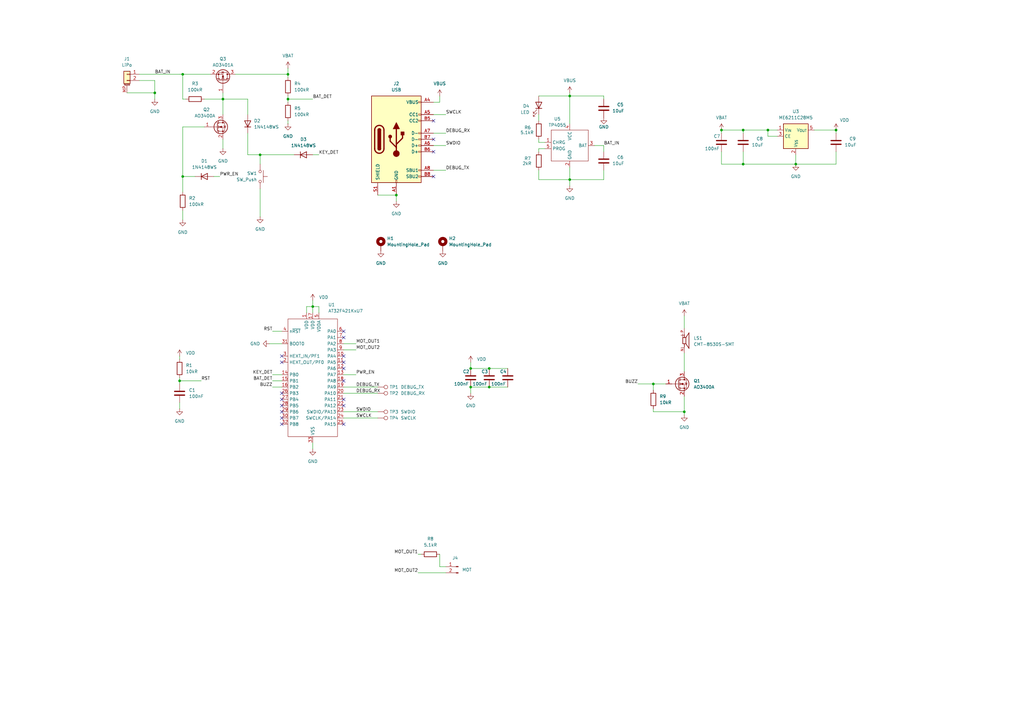
<source format=kicad_sch>
(kicad_sch (version 20231120) (generator "eeschema") (generator_version "8.0")
  (paper "A3")
  (lib_symbols
    (symbol "Connector:Conn_01x02_Pin" (pin_names (offset 1.016) hide)
      (property "Reference" "J" (at 0 2.54 0))
      (property "Value" "Conn_01x02_Pin" (at 0 -5.08 0))
      (symbol "Conn_01x02_Pin_1_1"
        (polyline (pts (xy 1.27 -2.54) (xy 0.8636 -2.54)) (stroke (width 0.1524)))
        (polyline (pts (xy 1.27 0) (xy 0.8636 0)) (stroke (width 0.1524)))
        (rectangle (start 0.8636 -2.413) (end 0 -2.667) (stroke (width 0.1524)) (fill (type outline)))
        (rectangle (start 0.8636 0.127) (end 0 -0.127) (stroke (width 0.1524)) (fill (type outline)))
        (pin passive line (at 5.08 0 180) (length 3.81) (name "Pin_1") (number "1"))
        (pin passive line (at 5.08 -2.54 180) (length 3.81) (name "Pin_2") (number "2"))
      )
    )
    (symbol "Connector:TestPoint" (pin_numbers hide) (pin_names (offset 0.762) hide)
      (property "Reference" "TP" (at 0 6.858 0))
      (property "Value" "TestPoint" (at 0 5.08 0))
      (symbol "TestPoint_0_1"
        (circle (center 0 3.302) (radius 0.762))
      )
      (symbol "TestPoint_1_1"
        (pin passive line (at 0 0 90) (length 2.54) (name "1") (number "1"))
      )
    )
    (symbol "Connector:USB_C_Receptacle_USB2.0_16P" (pin_names (offset 1.016))
      (property "Reference" "J" (at 0 22.225 0))
      (property "Value" "USB_C_Receptacle_USB2.0_16P" (at 0 19.685 0))
      (symbol "USB_C_Receptacle_USB2.0_16P_0_0"
        (rectangle (start -0.254 -17.78) (end 0.254 -16.764))
        (rectangle (start 10.16 -14.986) (end 9.144 -15.494))
        (rectangle (start 10.16 -12.446) (end 9.144 -12.954))
        (rectangle (start 10.16 -4.826) (end 9.144 -5.334))
        (rectangle (start 10.16 -2.286) (end 9.144 -2.794))
        (rectangle (start 10.16 0.254) (end 9.144 -0.254))
        (rectangle (start 10.16 2.794) (end 9.144 2.286))
        (rectangle (start 10.16 7.874) (end 9.144 7.366))
        (rectangle (start 10.16 10.414) (end 9.144 9.906))
        (rectangle (start 10.16 15.494) (end 9.144 14.986))
      )
      (symbol "USB_C_Receptacle_USB2.0_16P_0_1"
        (rectangle (start -10.16 17.78) (end 10.16 -17.78) (stroke (width 0.254)) (fill (type background)))
        (arc (start -8.89 -3.81) (mid -6.985 -5.7067) (end -5.08 -3.81) (stroke (width 0.508)))
        (arc (start -7.62 -3.81) (mid -6.985 -4.4423) (end -6.35 -3.81) (stroke (width 0.254)))
        (arc (start -7.62 -3.81) (mid -6.985 -4.4423) (end -6.35 -3.81) (stroke (width 0.254)) (fill (type outline)))
        (rectangle (start -7.62 -3.81) (end -6.35 3.81) (stroke (width 0.254)) (fill (type outline)))
        (arc (start -6.35 3.81) (mid -6.985 4.4423) (end -7.62 3.81) (stroke (width 0.254)))
        (arc (start -6.35 3.81) (mid -6.985 4.4423) (end -7.62 3.81) (stroke (width 0.254)) (fill (type outline)))
        (arc (start -5.08 3.81) (mid -6.985 5.7067) (end -8.89 3.81) (stroke (width 0.508)))
        (circle (center -2.54 1.143) (radius 0.635) (stroke (width 0.254)) (fill (type outline)))
        (circle (center 0 -5.842) (radius 1.27) (fill (type outline)))
        (polyline (pts (xy -8.89 -3.81) (xy -8.89 3.81)) (stroke (width 0.508)))
        (polyline (pts (xy -5.08 3.81) (xy -5.08 -3.81)) (stroke (width 0.508)))
        (polyline (pts (xy 0 -5.842) (xy 0 4.318)) (stroke (width 0.508)))
        (polyline (pts (xy 0 -3.302) (xy -2.54 -0.762) (xy -2.54 0.508)) (stroke (width 0.508)))
        (polyline (pts (xy 0 -2.032) (xy 2.54 0.508) (xy 2.54 1.778)) (stroke (width 0.508)))
        (polyline (pts (xy -1.27 4.318) (xy 0 6.858) (xy 1.27 4.318) (xy -1.27 4.318)) (stroke (width 0.254)) (fill (type outline)))
        (rectangle (start 1.905 1.778) (end 3.175 3.048) (stroke (width 0.254)) (fill (type outline)))
      )
      (symbol "USB_C_Receptacle_USB2.0_16P_1_1"
        (pin passive line (at 0 -22.86 90) (length 5.08) (name "GND") (number "A1"))
        (pin passive line (at 0 -22.86 90) (length 5.08) hide (name "GND") (number "A12"))
        (pin passive line (at 15.24 15.24 180) (length 5.08) (name "VBUS") (number "A4"))
        (pin bidirectional line (at 15.24 10.16 180) (length 5.08) (name "CC1") (number "A5"))
        (pin bidirectional line (at 15.24 -2.54 180) (length 5.08) (name "D+") (number "A6"))
        (pin bidirectional line (at 15.24 2.54 180) (length 5.08) (name "D-") (number "A7"))
        (pin bidirectional line (at 15.24 -12.7 180) (length 5.08) (name "SBU1") (number "A8"))
        (pin passive line (at 15.24 15.24 180) (length 5.08) hide (name "VBUS") (number "A9"))
        (pin passive line (at 0 -22.86 90) (length 5.08) hide (name "GND") (number "B1"))
        (pin passive line (at 0 -22.86 90) (length 5.08) hide (name "GND") (number "B12"))
        (pin passive line (at 15.24 15.24 180) (length 5.08) hide (name "VBUS") (number "B4"))
        (pin bidirectional line (at 15.24 7.62 180) (length 5.08) (name "CC2") (number "B5"))
        (pin bidirectional line (at 15.24 -5.08 180) (length 5.08) (name "D+") (number "B6"))
        (pin bidirectional line (at 15.24 0 180) (length 5.08) (name "D-") (number "B7"))
        (pin bidirectional line (at 15.24 -15.24 180) (length 5.08) (name "SBU2") (number "B8"))
        (pin passive line (at 15.24 15.24 180) (length 5.08) hide (name "VBUS") (number "B9"))
        (pin passive line (at -7.62 -22.86 90) (length 5.08) (name "SHIELD") (number "S1"))
      )
    )
    (symbol "Connector_Generic_MountingPin:Conn_01x02_MountingPin" (pin_names (offset 1.016) hide)
      (property "Reference" "J" (at 0 2.54 0))
      (property "Value" "Conn_01x02_MountingPin" (at 1.27 -5.08 0))
      (symbol "Conn_01x02_MountingPin_1_1"
        (rectangle (start -1.27 -2.413) (end 0 -2.667) (stroke (width 0.1524)))
        (rectangle (start -1.27 0.127) (end 0 -0.127) (stroke (width 0.1524)))
        (rectangle (start -1.27 1.27) (end 1.27 -3.81) (stroke (width 0.254)) (fill (type background)))
        (polyline (pts (xy -1.016 -4.572) (xy 1.016 -4.572)) (stroke (width 0.1524)))
        (text "Mounting" (at 0 -4.191 0) (effects (font (size 0.381 0.381))))
        (pin passive line (at -5.08 0 0) (length 3.81) (name "Pin_1") (number "1"))
        (pin passive line (at -5.08 -2.54 0) (length 3.81) (name "Pin_2") (number "2"))
        (pin passive line (at 0 -7.62 90) (length 3.048) (name "MountPin") (number "MP"))
      )
    )
    (symbol "Device:C" (pin_numbers hide) (pin_names (offset 0.254))
      (property "Reference" "C" (at 0.635 2.54 0))
      (property "Value" "C" (at 0.635 -2.54 0))
      (symbol "C_0_1"
        (polyline (pts (xy -2.032 -0.762) (xy 2.032 -0.762)) (stroke (width 0.508)))
        (polyline (pts (xy -2.032 0.762) (xy 2.032 0.762)) (stroke (width 0.508)))
      )
      (symbol "C_1_1"
        (pin passive line (at 0 3.81 270) (length 2.794) (name "~") (number "1"))
        (pin passive line (at 0 -3.81 90) (length 2.794) (name "~") (number "2"))
      )
    )
    (symbol "Device:LED" (pin_numbers hide) (pin_names (offset 1.016) hide)
      (property "Reference" "D" (at 0 2.54 0))
      (property "Value" "LED" (at 0 -2.54 0))
      (symbol "LED_0_1"
        (polyline (pts (xy -1.27 -1.27) (xy -1.27 1.27)) (stroke (width 0.254)))
        (polyline (pts (xy -1.27 0) (xy 1.27 0)))
        (polyline (pts (xy 1.27 -1.27) (xy 1.27 1.27) (xy -1.27 0) (xy 1.27 -1.27)) (stroke (width 0.254)))
        (polyline (pts (xy -3.048 -0.762) (xy -4.572 -2.286) (xy -3.81 -2.286) (xy -4.572 -2.286) (xy -4.572 -1.524)))
        (polyline (pts (xy -1.778 -0.762) (xy -3.302 -2.286) (xy -2.54 -2.286) (xy -3.302 -2.286) (xy -3.302 -1.524)))
      )
      (symbol "LED_1_1"
        (pin passive line (at -3.81 0 0) (length 2.54) (name "K") (number "1"))
        (pin passive line (at 3.81 0 180) (length 2.54) (name "A") (number "2"))
      )
    )
    (symbol "Device:R" (pin_numbers hide) (pin_names (offset 0))
      (property "Reference" "R" (at 2.032 0 90))
      (property "Value" "R" (at 0 0 90))
      (symbol "R_0_1"
        (rectangle (start -1.016 -2.54) (end 1.016 2.54) (stroke (width 0.254)))
      )
      (symbol "R_1_1"
        (pin passive line (at 0 3.81 270) (length 1.27) (name "~") (number "1"))
        (pin passive line (at 0 -3.81 90) (length 1.27) (name "~") (number "2"))
      )
    )
    (symbol "Diode:1N4148WS" (pin_numbers hide) (pin_names hide)
      (property "Reference" "D" (at 0 2.54 0))
      (property "Value" "1N4148WS" (at 0 -2.54 0))
      (symbol "1N4148WS_0_1"
        (polyline (pts (xy -1.27 1.27) (xy -1.27 -1.27)) (stroke (width 0.254)))
        (polyline (pts (xy 1.27 0) (xy -1.27 0)))
        (polyline (pts (xy 1.27 1.27) (xy 1.27 -1.27) (xy -1.27 0) (xy 1.27 1.27)) (stroke (width 0.254)))
      )
      (symbol "1N4148WS_1_1"
        (pin passive line (at -3.81 0 0) (length 2.54) (name "K") (number "1"))
        (pin passive line (at 3.81 0 180) (length 2.54) (name "A") (number "2"))
      )
    )
    (symbol "DutyCycle:CMT-8530S-SMT" (pin_names (offset 1.016))
      (property "Reference" "LS" (at -3.8224 8.919 0))
      (property "Value" "CMT-8530S-SMT" (at -3.8208 -11.4625 0))
      (symbol "CMT-8530S-SMT_0_0"
        (polyline (pts (xy -0.635 -1.27) (xy -0.635 1.27)) (stroke (width 0.254)))
        (polyline (pts (xy -0.635 1.27) (xy 0 1.27)) (stroke (width 0.254)))
        (polyline (pts (xy 0 -1.27) (xy -0.635 -1.27)) (stroke (width 0.254)))
        (polyline (pts (xy 0 -1.27) (xy 0 -2.54)) (stroke (width 0.254)))
        (polyline (pts (xy 0 1.27) (xy 0 2.54)) (stroke (width 0.254)))
        (polyline (pts (xy 0 1.27) (xy 0.635 1.27)) (stroke (width 0.254)))
        (polyline (pts (xy 0.635 -1.27) (xy 0 -1.27)) (stroke (width 0.254)))
        (polyline (pts (xy 0.635 1.27) (xy 0.635 -1.27)) (stroke (width 0.254)))
        (polyline (pts (xy 0.635 1.27) (xy 1.905 3.175)) (stroke (width 0.254)))
        (polyline (pts (xy 1.905 -3.175) (xy 0.635 -1.27)) (stroke (width 0.254)))
        (polyline (pts (xy 1.905 3.175) (xy 1.905 -3.175)) (stroke (width 0.254)))
        (text "+" (at -1.9116 1.2744 0) (effects (font (size 1.7841 1.7841)) (justify left bottom)))
        (text "-" (at -1.9123 -3.8068 0) (effects (font (size 1.7848 1.7848)) (justify left bottom)))
        (pin passive line (at 0 -5.08 90) (length 2.54) (name "~") (number "N"))
        (pin passive line (at 0 5.08 270) (length 2.54) (name "~") (number "P"))
      )
    )
    (symbol "Mechanical:MountingHole_Pad" (pin_numbers hide) (pin_names (offset 1.016) hide) (exclude_from_sim yes) (in_bom no)
      (property "Reference" "H" (at 0 6.35 0))
      (property "Value" "MountingHole_Pad" (at 0 4.445 0))
      (symbol "MountingHole_Pad_0_1"
        (circle (center 0 1.27) (radius 1.27) (stroke (width 1.27)))
      )
      (symbol "MountingHole_Pad_1_1"
        (pin input line (at 0 -2.54 90) (length 2.54) (name "1") (number "1"))
      )
    )
    (symbol "Regulator_Linear:ME6211C28M5"
      (property "Reference" "U" (at -4.572 6.35 0))
      (property "Value" "ME6211C28M5" (at 10.16 8.636 0))
      (symbol "ME6211C28M5_1_1"
        (rectangle (start -5.08 5.08) (end 5.08 -5.08) (stroke (width 0.254)) (fill (type background)))
        (pin power_in line (at -7.62 2.54 0) (length 2.54) (name "V_{IN}") (number "1"))
        (pin power_in line (at 0 -7.62 90) (length 2.54) (name "V_{SS}") (number "2"))
        (pin input line (at -7.62 0 0) (length 2.54) (name "CE") (number "3"))
        (pin no_connect line (at 5.08 0 180) (length 2.54) hide (name "NC") (number "4"))
        (pin power_out line (at 7.62 2.54 180) (length 2.54) (name "V_{OUT}") (number "5"))
      )
    )
    (symbol "Switch:SW_Push" (pin_numbers hide) (pin_names (offset 1.016) hide)
      (property "Reference" "SW" (at 1.27 2.54 0))
      (property "Value" "SW_Push" (at 0 -1.524 0))
      (symbol "SW_Push_0_1"
        (circle (center -2.032 0) (radius 0.508))
        (polyline (pts (xy 0 1.27) (xy 0 3.048)))
        (polyline (pts (xy 2.54 1.27) (xy -2.54 1.27)))
        (circle (center 2.032 0) (radius 0.508))
        (pin passive line (at -5.08 0 0) (length 2.54) (name "1") (number "1"))
        (pin passive line (at 5.08 0 180) (length 2.54) (name "2") (number "2"))
      )
    )
    (symbol "Transistor_FET:AO3400A" (pin_names hide)
      (property "Reference" "Q" (at 5.08 1.905 0))
      (property "Value" "AO3400A" (at 5.08 0 0))
      (symbol "AO3400A_0_1"
        (polyline (pts (xy 0.254 0) (xy -2.54 0)))
        (polyline (pts (xy 0.254 1.905) (xy 0.254 -1.905)) (stroke (width 0.254)))
        (polyline (pts (xy 0.762 -1.27) (xy 0.762 -2.286)) (stroke (width 0.254)))
        (polyline (pts (xy 0.762 0.508) (xy 0.762 -0.508)) (stroke (width 0.254)))
        (polyline (pts (xy 0.762 2.286) (xy 0.762 1.27)) (stroke (width 0.254)))
        (polyline (pts (xy 2.54 2.54) (xy 2.54 1.778)))
        (polyline (pts (xy 2.54 -2.54) (xy 2.54 0) (xy 0.762 0)))
        (polyline (pts (xy 0.762 -1.778) (xy 3.302 -1.778) (xy 3.302 1.778) (xy 0.762 1.778)))
        (polyline (pts (xy 1.016 0) (xy 2.032 0.381) (xy 2.032 -0.381) (xy 1.016 0)) (fill (type outline)))
        (polyline (pts (xy 2.794 0.508) (xy 2.921 0.381) (xy 3.683 0.381) (xy 3.81 0.254)))
        (polyline (pts (xy 3.302 0.381) (xy 2.921 -0.254) (xy 3.683 -0.254) (xy 3.302 0.381)))
        (circle (center 1.651 0) (radius 2.794) (stroke (width 0.254)))
        (circle (center 2.54 -1.778) (radius 0.254) (fill (type outline)))
        (circle (center 2.54 1.778) (radius 0.254) (fill (type outline)))
      )
      (symbol "AO3400A_1_1"
        (pin input line (at -5.08 0 0) (length 2.54) (name "G") (number "1"))
        (pin passive line (at 2.54 -5.08 90) (length 2.54) (name "S") (number "2"))
        (pin passive line (at 2.54 5.08 270) (length 2.54) (name "D") (number "3"))
      )
    )
    (symbol "Transistor_FET:AO3401A" (pin_names hide)
      (property "Reference" "Q" (at 5.08 1.905 0))
      (property "Value" "AO3401A" (at 5.08 0 0))
      (symbol "AO3401A_0_1"
        (polyline (pts (xy 0.254 0) (xy -2.54 0)))
        (polyline (pts (xy 0.254 1.905) (xy 0.254 -1.905)) (stroke (width 0.254)))
        (polyline (pts (xy 0.762 -1.27) (xy 0.762 -2.286)) (stroke (width 0.254)))
        (polyline (pts (xy 0.762 0.508) (xy 0.762 -0.508)) (stroke (width 0.254)))
        (polyline (pts (xy 0.762 2.286) (xy 0.762 1.27)) (stroke (width 0.254)))
        (polyline (pts (xy 2.54 2.54) (xy 2.54 1.778)))
        (polyline (pts (xy 2.54 -2.54) (xy 2.54 0) (xy 0.762 0)))
        (polyline (pts (xy 0.762 1.778) (xy 3.302 1.778) (xy 3.302 -1.778) (xy 0.762 -1.778)))
        (polyline (pts (xy 2.286 0) (xy 1.27 0.381) (xy 1.27 -0.381) (xy 2.286 0)) (fill (type outline)))
        (polyline (pts (xy 2.794 -0.508) (xy 2.921 -0.381) (xy 3.683 -0.381) (xy 3.81 -0.254)))
        (polyline (pts (xy 3.302 -0.381) (xy 2.921 0.254) (xy 3.683 0.254) (xy 3.302 -0.381)))
        (circle (center 1.651 0) (radius 2.794) (stroke (width 0.254)))
        (circle (center 2.54 -1.778) (radius 0.254) (fill (type outline)))
        (circle (center 2.54 1.778) (radius 0.254) (fill (type outline)))
      )
      (symbol "AO3401A_1_1"
        (pin input line (at -5.08 0 0) (length 2.54) (name "G") (number "1"))
        (pin passive line (at 2.54 -5.08 90) (length 2.54) (name "S") (number "2"))
        (pin passive line (at 2.54 5.08 270) (length 2.54) (name "D") (number "3"))
      )
    )
    (symbol "X-RADAR:AT32F421KxU7"
      (property "Reference" "U" (at 0 38.608 0))
      (property "Value" "AT32F421KxU7" (at 0 36.068 0))
      (symbol "AT32F421KxU7_0_1"
        (rectangle (start -10.16 24.13) (end 10.16 -24.13))
      )
      (symbol "AT32F421KxU7_1_0"
        (pin bidirectional line (at 12.7 8.89 180) (length 2.54) (name "PA4") (number "10"))
        (pin bidirectional line (at 12.7 6.35 180) (length 2.54) (name "PA5") (number "11"))
        (pin bidirectional line (at 12.7 3.81 180) (length 2.54) (name "PA6") (number "12"))
        (pin bidirectional line (at 12.7 1.27 180) (length 2.54) (name "PA7") (number "13"))
        (pin bidirectional line (at -12.7 1.27 0) (length 2.54) (name "PB0") (number "14"))
        (pin bidirectional line (at -12.7 -1.27 0) (length 2.54) (name "PB1") (number "15"))
        (pin bidirectional line (at -12.7 -3.81 0) (length 2.54) (name "PB2") (number "16"))
        (pin power_in line (at 0 26.67 270) (length 2.54) (name "VDD") (number "17"))
        (pin bidirectional line (at 12.7 -1.27 180) (length 2.54) (name "PA8") (number "18"))
        (pin bidirectional line (at 12.7 -3.81 180) (length 2.54) (name "PA9") (number "19"))
        (pin bidirectional line (at -12.7 6.35 0) (length 2.54) (name "HEXT_OUT/PF0") (number "2"))
        (pin bidirectional line (at 12.7 -6.35 180) (length 2.54) (name "PA10") (number "20"))
        (pin bidirectional line (at 12.7 -8.89 180) (length 2.54) (name "PA11") (number "21"))
        (pin bidirectional line (at 12.7 -11.43 180) (length 2.54) (name "PA12") (number "22"))
        (pin bidirectional line (at 12.7 -13.97 180) (length 2.54) (name "SWDIO/PA13") (number "23"))
        (pin bidirectional line (at 12.7 -16.51 180) (length 2.54) (name "SWCLK/PA14") (number "24"))
        (pin bidirectional line (at 12.7 -19.05 180) (length 2.54) (name "PA15") (number "25"))
        (pin bidirectional line (at -12.7 -6.35 0) (length 2.54) (name "PB3") (number "26"))
        (pin bidirectional line (at -12.7 -8.89 0) (length 2.54) (name "PB4") (number "27"))
        (pin bidirectional line (at -12.7 -11.43 0) (length 2.54) (name "PB5") (number "28"))
        (pin bidirectional line (at -12.7 -13.97 0) (length 2.54) (name "PB6") (number "29"))
        (pin bidirectional line (at -12.7 8.89 0) (length 2.54) (name "HEXT_IN/PF1") (number "3"))
        (pin bidirectional line (at -12.7 -16.51 0) (length 2.54) (name "PB7") (number "30"))
        (pin input line (at -12.7 13.97 0) (length 2.54) (name "BOOT0") (number "31"))
        (pin bidirectional line (at -12.7 -19.05 0) (length 2.54) (name "PB8") (number "32"))
        (pin passive line (at 0 -26.67 90) (length 2.54) (name "VSS") (number "33"))
        (pin input line (at -12.7 19.05 0) (length 2.54) (name "n~{RST}") (number "4"))
        (pin power_in line (at 2.54 26.67 270) (length 2.54) (name "VDDA") (number "5"))
        (pin bidirectional line (at 12.7 19.05 180) (length 2.54) (name "PA0") (number "6"))
        (pin bidirectional line (at 12.7 16.51 180) (length 2.54) (name "PA1") (number "7"))
        (pin bidirectional line (at 12.7 13.97 180) (length 2.54) (name "PA2") (number "8"))
        (pin bidirectional line (at 12.7 11.43 180) (length 2.54) (name "PA3") (number "9"))
      )
      (symbol "AT32F421KxU7_1_1"
        (pin power_in line (at -2.54 26.67 270) (length 2.54) (name "VDD") (number "1"))
      )
    )
    (symbol "X-RADAR:TP4055"
      (property "Reference" "U" (at 2.794 10.414 0))
      (property "Value" "TP4055" (at 5.842 8.128 0))
      (symbol "TP4055_0_1"
        (rectangle (start -7.62 6.35) (end 7.62 -6.35))
      )
      (symbol "TP4055_1_1"
        (pin output line (at -10.16 1.27 0) (length 2.54) (name "CHRG") (number "1"))
        (pin passive line (at 0 -8.89 90) (length 2.54) (name "GND") (number "2"))
        (pin power_out line (at 10.16 0 180) (length 2.54) (name "BAT") (number "3"))
        (pin power_in line (at 0 8.89 270) (length 2.54) (name "VCC") (number "4"))
        (pin input line (at -10.16 -1.27 0) (length 2.54) (name "PROG") (number "5"))
      )
    )
    (symbol "X-RADAR:VBAT" (power) (pin_numbers hide) (pin_names (offset 0) hide)
      (property "Value" "VBAT" (at 0 7.62 0))
      (symbol "VBAT_0_1"
        (polyline (pts (xy -0.762 5.08) (xy 0 6.35)))
        (polyline (pts (xy 0 3.81) (xy 0 6.35)))
        (polyline (pts (xy 0 6.35) (xy 0.762 5.08)))
      )
      (symbol "VBAT_1_1"
        (pin power_in line (at 0 3.81 90) (length 0) (name "~") (number "1"))
      )
    )
    (symbol "power:+3.3V" (power) (pin_numbers hide) (pin_names (offset 0) hide)
      (property "Value" "+3.3V" (at 0 3.556 0))
      (symbol "+3.3V_0_1"
        (polyline (pts (xy -0.762 1.27) (xy 0 2.54)))
        (polyline (pts (xy 0 0) (xy 0 2.54)))
        (polyline (pts (xy 0 2.54) (xy 0.762 1.27)))
      )
      (symbol "+3.3V_1_1"
        (pin power_in line (at 0 0 90) (length 0) (name "~") (number "1"))
      )
    )
    (symbol "power:GND" (power) (pin_numbers hide) (pin_names (offset 0) hide)
      (property "Value" "GND" (at 0 -3.81 0))
      (symbol "GND_0_1"
        (polyline (pts (xy 0 0) (xy 0 -1.27) (xy 1.27 -1.27) (xy 0 -2.54) (xy -1.27 -1.27) (xy 0 -1.27)))
      )
      (symbol "GND_1_1"
        (pin power_in line (at 0 0 270) (length 0) (name "~") (number "1"))
      )
    )
    (symbol "power:VBUS" (power) (pin_numbers hide) (pin_names (offset 0) hide)
      (property "Value" "VBUS" (at 0 3.556 0))
      (symbol "VBUS_0_1"
        (polyline (pts (xy -0.762 1.27) (xy 0 2.54)))
        (polyline (pts (xy 0 0) (xy 0 2.54)))
        (polyline (pts (xy 0 2.54) (xy 0.762 1.27)))
      )
      (symbol "VBUS_1_1"
        (pin power_in line (at 0 0 90) (length 0) (name "~") (number "1"))
      )
    )
  )
  (junction (at 200.66 151.13))
  (junction (at 106.68 63.5))
  (junction (at 74.93 30.48))
  (junction (at 63.5 38.1))
  (junction (at 233.68 73.66))
  (junction (at 326.39 67.31))
  (junction (at 193.04 158.75))
  (junction (at 200.66 158.75))
  (junction (at 91.44 40.64))
  (junction (at 267.97 157.48))
  (junction (at 162.56 80.01))
  (junction (at 233.68 39.37))
  (junction (at 342.9 53.34))
  (junction (at 193.04 151.13))
  (junction (at 118.11 30.48))
  (junction (at 314.96 53.34))
  (junction (at 128.27 125.73))
  (junction (at 73.66 156.21))
  (junction (at 280.67 168.91))
  (junction (at 295.91 53.34))
  (junction (at 74.93 72.39))
  (junction (at 304.8 53.34))
  (junction (at 118.11 40.64))
  (junction (at 304.8 67.31))
  (no_connect (at 140.97 146.05))
  (no_connect (at 140.97 135.89))
  (no_connect (at 115.57 166.37))
  (no_connect (at 177.8 72.39))
  (no_connect (at 115.57 161.29))
  (no_connect (at 115.57 148.59))
  (no_connect (at 177.8 62.23))
  (no_connect (at 115.57 146.05))
  (no_connect (at 140.97 163.83))
  (no_connect (at 177.8 57.15))
  (no_connect (at 140.97 156.21))
  (no_connect (at 177.8 49.53))
  (no_connect (at 115.57 173.99))
  (no_connect (at 140.97 138.43))
  (no_connect (at 115.57 163.83))
  (no_connect (at 115.57 168.91))
  (no_connect (at 115.57 171.45))
  (no_connect (at 140.97 166.37))
  (no_connect (at 140.97 173.99))
  (no_connect (at 140.97 148.59))
  (no_connect (at 140.97 151.13))
  (wire (pts (xy 52.07 38.1) (xy 63.5 38.1)))
  (wire (pts (xy 106.68 63.5) (xy 120.65 63.5)))
  (wire (pts (xy 154.94 80.01) (xy 162.56 80.01)))
  (wire (pts (xy 295.91 67.31) (xy 304.8 67.31)))
  (wire (pts (xy 220.98 46.99) (xy 220.98 49.53)))
  (wire (pts (xy 233.68 39.37) (xy 233.68 50.8)))
  (wire (pts (xy 140.97 140.97) (xy 146.05 140.97)))
  (wire (pts (xy 91.44 57.15) (xy 91.44 60.96)))
  (wire (pts (xy 334.01 53.34) (xy 342.9 53.34)))
  (wire (pts (xy 314.96 55.88) (xy 314.96 53.34)))
  (wire (pts (xy 193.04 148.59) (xy 193.04 151.13)))
  (wire (pts (xy 73.66 156.21) (xy 73.66 157.48)))
  (wire (pts (xy 128.27 125.73) (xy 130.81 125.73)))
  (wire (pts (xy 220.98 58.42) (xy 223.52 58.42)))
  (wire (pts (xy 182.88 232.41) (xy 180.34 232.41)))
  (wire (pts (xy 106.68 77.47) (xy 106.68 88.9)))
  (wire (pts (xy 171.45 227.33) (xy 172.72 227.33)))
  (wire (pts (xy 247.65 39.37) (xy 233.68 39.37)))
  (wire (pts (xy 128.27 125.73) (xy 125.73 125.73)))
  (wire (pts (xy 177.8 54.61) (xy 182.88 54.61)))
  (wire (pts (xy 220.98 73.66) (xy 233.68 73.66)))
  (wire (pts (xy 128.27 181.61) (xy 128.27 184.15)))
  (wire (pts (xy 200.66 158.75) (xy 193.04 158.75)))
  (wire (pts (xy 101.6 46.99) (xy 101.6 40.64)))
  (wire (pts (xy 247.65 73.66) (xy 233.68 73.66)))
  (wire (pts (xy 125.73 125.73) (xy 125.73 128.27)))
  (wire (pts (xy 247.65 62.23) (xy 247.65 59.69)))
  (wire (pts (xy 110.49 140.97) (xy 115.57 140.97)))
  (wire (pts (xy 220.98 57.15) (xy 220.98 58.42)))
  (wire (pts (xy 118.11 40.64) (xy 128.27 40.64)))
  (wire (pts (xy 82.55 156.21) (xy 73.66 156.21)))
  (wire (pts (xy 140.97 153.67) (xy 146.05 153.67)))
  (wire (pts (xy 111.76 153.67) (xy 115.57 153.67)))
  (wire (pts (xy 74.93 72.39) (xy 80.01 72.39)))
  (wire (pts (xy 86.36 30.48) (xy 74.93 30.48)))
  (wire (pts (xy 128.27 125.73) (xy 128.27 128.27)))
  (wire (pts (xy 247.65 39.37) (xy 247.65 40.64)))
  (wire (pts (xy 267.97 157.48) (xy 267.97 160.02)))
  (wire (pts (xy 74.93 30.48) (xy 74.93 40.64)))
  (wire (pts (xy 74.93 78.74) (xy 74.93 72.39)))
  (wire (pts (xy 326.39 67.31) (xy 342.9 67.31)))
  (wire (pts (xy 140.97 171.45) (xy 154.94 171.45)))
  (wire (pts (xy 280.67 162.56) (xy 280.67 168.91)))
  (wire (pts (xy 233.68 73.66) (xy 233.68 68.58)))
  (wire (pts (xy 177.8 46.99) (xy 182.88 46.99)))
  (wire (pts (xy 63.5 33.02) (xy 63.5 38.1)))
  (wire (pts (xy 63.5 38.1) (xy 63.5 40.64)))
  (wire (pts (xy 111.76 156.21) (xy 115.57 156.21)))
  (wire (pts (xy 342.9 53.34) (xy 342.9 54.61)))
  (wire (pts (xy 111.76 158.75) (xy 115.57 158.75)))
  (wire (pts (xy 87.63 72.39) (xy 90.17 72.39)))
  (wire (pts (xy 101.6 54.61) (xy 101.6 63.5)))
  (wire (pts (xy 233.68 38.1) (xy 233.68 39.37)))
  (wire (pts (xy 280.67 144.78) (xy 280.67 152.4)))
  (wire (pts (xy 57.15 30.48) (xy 74.93 30.48)))
  (wire (pts (xy 91.44 38.1) (xy 91.44 40.64)))
  (wire (pts (xy 280.67 129.54) (xy 280.67 134.62)))
  (wire (pts (xy 304.8 53.34) (xy 314.96 53.34)))
  (wire (pts (xy 118.11 39.37) (xy 118.11 40.64)))
  (wire (pts (xy 267.97 168.91) (xy 280.67 168.91)))
  (wire (pts (xy 233.68 73.66) (xy 233.68 76.2)))
  (wire (pts (xy 220.98 39.37) (xy 233.68 39.37)))
  (wire (pts (xy 74.93 86.36) (xy 74.93 90.17)))
  (wire (pts (xy 243.84 59.69) (xy 247.65 59.69)))
  (wire (pts (xy 273.05 157.48) (xy 267.97 157.48)))
  (wire (pts (xy 295.91 62.23) (xy 295.91 67.31)))
  (wire (pts (xy 180.34 227.33) (xy 180.34 232.41)))
  (wire (pts (xy 140.97 168.91) (xy 154.94 168.91)))
  (wire (pts (xy 314.96 53.34) (xy 318.77 53.34)))
  (wire (pts (xy 326.39 63.5) (xy 326.39 67.31)))
  (wire (pts (xy 193.04 158.75) (xy 193.04 161.29)))
  (wire (pts (xy 247.65 69.85) (xy 247.65 73.66)))
  (wire (pts (xy 140.97 143.51) (xy 146.05 143.51)))
  (wire (pts (xy 261.62 157.48) (xy 267.97 157.48)))
  (wire (pts (xy 208.28 158.75) (xy 200.66 158.75)))
  (wire (pts (xy 101.6 63.5) (xy 106.68 63.5)))
  (wire (pts (xy 267.97 167.64) (xy 267.97 168.91)))
  (wire (pts (xy 177.8 59.69) (xy 182.88 59.69)))
  (wire (pts (xy 180.34 39.37) (xy 180.34 41.91)))
  (wire (pts (xy 177.8 69.85) (xy 182.88 69.85)))
  (wire (pts (xy 111.76 135.89) (xy 115.57 135.89)))
  (wire (pts (xy 96.52 30.48) (xy 118.11 30.48)))
  (wire (pts (xy 74.93 52.07) (xy 83.82 52.07)))
  (wire (pts (xy 304.8 62.23) (xy 304.8 67.31)))
  (wire (pts (xy 342.9 67.31) (xy 342.9 62.23)))
  (wire (pts (xy 171.45 234.95) (xy 182.88 234.95)))
  (wire (pts (xy 130.81 125.73) (xy 130.81 128.27)))
  (wire (pts (xy 118.11 40.64) (xy 118.11 41.91)))
  (wire (pts (xy 91.44 40.64) (xy 101.6 40.64)))
  (wire (pts (xy 73.66 154.94) (xy 73.66 156.21)))
  (wire (pts (xy 162.56 80.01) (xy 162.56 82.55)))
  (wire (pts (xy 118.11 49.53) (xy 118.11 50.8)))
  (wire (pts (xy 280.67 168.91) (xy 280.67 170.18)))
  (wire (pts (xy 73.66 165.1) (xy 73.66 167.64)))
  (wire (pts (xy 130.81 63.5) (xy 128.27 63.5)))
  (wire (pts (xy 140.97 158.75) (xy 154.94 158.75)))
  (wire (pts (xy 140.97 161.29) (xy 154.94 161.29)))
  (wire (pts (xy 118.11 30.48) (xy 118.11 31.75)))
  (wire (pts (xy 91.44 40.64) (xy 91.44 46.99)))
  (wire (pts (xy 220.98 69.85) (xy 220.98 73.66)))
  (wire (pts (xy 208.28 151.13) (xy 200.66 151.13)))
  (wire (pts (xy 83.82 40.64) (xy 91.44 40.64)))
  (wire (pts (xy 304.8 67.31) (xy 326.39 67.31)))
  (wire (pts (xy 74.93 40.64) (xy 76.2 40.64)))
  (wire (pts (xy 295.91 53.34) (xy 304.8 53.34)))
  (wire (pts (xy 57.15 33.02) (xy 63.5 33.02)))
  (wire (pts (xy 200.66 151.13) (xy 193.04 151.13)))
  (wire (pts (xy 304.8 53.34) (xy 304.8 54.61)))
  (wire (pts (xy 106.68 63.5) (xy 106.68 67.31)))
  (wire (pts (xy 180.34 41.91) (xy 177.8 41.91)))
  (wire (pts (xy 220.98 60.96) (xy 220.98 62.23)))
  (wire (pts (xy 295.91 54.61) (xy 295.91 53.34)))
  (wire (pts (xy 128.27 123.19) (xy 128.27 125.73)))
  (wire (pts (xy 118.11 27.94) (xy 118.11 30.48)))
  (wire (pts (xy 223.52 60.96) (xy 220.98 60.96)))
  (wire (pts (xy 318.77 55.88) (xy 314.96 55.88)))
  (wire (pts (xy 74.93 72.39) (xy 74.93 52.07)))
  (wire (pts (xy 73.66 146.05) (xy 73.66 147.32)))
  (label "BAT_IN" (at 63.5 30.48 0))
  (label "BAT_DET" (at 111.76 156.21 180))
  (label "DEBUG_RX" (at 182.88 54.61 0))
  (label "SWCLK" (at 182.88 46.99 0))
  (label "PWR_EN" (at 146.05 153.67 0))
  (label "SWDIO" (at 182.88 59.69 0))
  (label "MOT_OUT2" (at 171.45 234.95 180))
  (label "DEBUG_RX" (at 146.05 161.29 0))
  (label "MOT_OUT1" (at 171.45 227.33 180))
  (label "KEY_DET" (at 130.81 63.5 0))
  (label "PWR_EN" (at 90.17 72.39 0))
  (label "KEY_DET" (at 111.76 153.67 180))
  (label "BAT_DET" (at 128.27 40.64 0))
  (label "BUZZ" (at 111.76 158.75 180))
  (label "DEBUG_TX" (at 182.88 69.85 0))
  (label "SWCLK" (at 146.05 171.45 0))
  (label "SWDIO" (at 146.05 168.91 0))
  (label "MOT_OUT1" (at 146.05 140.97 0))
  (label "BUZZ" (at 261.62 157.48 180))
  (label "MOT_OUT2" (at 146.05 143.51 0))
  (label "RST" (at 111.76 135.89 180))
  (label "DEBUG_TX" (at 146.05 158.75 0))
  (label "BAT_IN" (at 247.65 59.69 0))
  (label "RST" (at 82.55 156.21 0))
  (symbol (lib_id "Device:C") (at 73.66 161.29 0) (unit 1)
    (property "Reference" "C1" (at 77.47 160.0199 0) (effects (justify left)))
    (property "Value" "100nF" (at 77.47 162.5599 0) (effects (justify left)))
    (property "Footprint" "Capacitor_SMD:C_0402_1005Metric" (effects (hide yes)))
    (property "Description" "Unpolarized capacitor" (effects (hide yes)))
  )
  (symbol (lib_id "power:GND") (at 118.11 50.8 0) (unit 1)
    (property "Reference" "#PWR011" (effects (hide yes)))
    (property "Value" "GND" (at 118.11 55.88 0))
    (property "Description" "Power symbol creates a global label with name \"GND\" , ground" (effects (hide yes)))
  )
  (symbol (lib_id "Device:R") (at 73.66 151.13 0) (unit 1)
    (property "Reference" "R1" (at 76.2 149.8599 0) (effects (justify left)))
    (property "Value" "10kR" (at 76.2 152.3999 0) (effects (justify left)))
    (property "Footprint" "Resistor_SMD:R_0402_1005Metric" (effects (hide yes)))
    (property "Description" "Resistor" (effects (hide yes)))
  )
  (symbol (lib_id "power:GND") (at 156.21 102.87 0) (unit 1)
    (property "Reference" "#PWR016" (effects (hide yes)))
    (property "Value" "GND" (at 156.21 107.95 0))
    (property "Description" "Power symbol creates a global label with name \"GND\" , ground" (effects (hide yes)))
  )
  (symbol (lib_id "X-RADAR:VBAT") (at 295.91 57.15 0) (unit 1)
    (property "Reference" "#PWR021" (effects (hide yes)))
    (property "Value" "VBAT" (at 295.91 48.26 0))
  )
  (symbol (lib_id "Device:R") (at 118.11 35.56 0) (unit 1)
    (property "Reference" "R4" (at 120.65 34.2899 0) (effects (justify left)))
    (property "Value" "100kR" (at 120.65 36.8299 0) (effects (justify left)))
    (property "Footprint" "Resistor_SMD:R_0402_1005Metric" (effects (hide yes)))
    (property "Description" "Resistor" (effects (hide yes)))
  )
  (symbol (lib_id "Device:C") (at 208.28 154.94 0) (mirror y) (unit 1)
    (property "Reference" "C4" (at 207.772 152.4 0) (effects (justify left)))
    (property "Value" "100nF" (at 207.518 157.48 0) (effects (justify left)))
    (property "Footprint" "Capacitor_SMD:C_0402_1005Metric" (effects (hide yes)))
    (property "Description" "Unpolarized capacitor" (effects (hide yes)))
  )
  (symbol (lib_id "power:GND") (at 181.61 102.87 0) (unit 1)
    (property "Reference" "#PWR017" (effects (hide yes)))
    (property "Value" "GND" (at 181.61 107.95 0))
    (property "Description" "Power symbol creates a global label with name \"GND\" , ground" (effects (hide yes)))
  )
  (symbol (lib_id "Connector:TestPoint") (at 154.94 158.75 270) (unit 1)
    (property "Reference" "TP1" (at 159.766 158.75 90) (effects (justify left)))
    (property "Value" "DEBUG_TX" (at 164.338 158.75 90) (effects (justify left)))
    (property "Footprint" "TestPoint:TestPoint_Pad_D1.0mm" (effects (hide yes)))
    (property "Description" "test point" (effects (hide yes)))
  )
  (symbol (lib_id "Connector:TestPoint") (at 154.94 171.45 270) (unit 1)
    (property "Reference" "TP4" (at 159.766 171.45 90) (effects (justify left)))
    (property "Value" "SWCLK" (at 164.338 171.45 90) (effects (justify left)))
    (property "Footprint" "TestPoint:TestPoint_Pad_D1.0mm" (effects (hide yes)))
    (property "Description" "test point" (effects (hide yes)))
  )
  (symbol (lib_id "Diode:1N4148WS") (at 83.82 72.39 0) (unit 1)
    (property "Reference" "D1" (at 83.82 66.04 0))
    (property "Value" "1N4148WS" (at 83.82 68.58 0))
    (property "Footprint" "Diode_SMD:D_SOD-323" (effects (hide yes)))
    (property "Datasheet" "https://www.vishay.com/docs/85751/1n4148ws.pdf" (effects (hide yes)))
    (property "Description" "75V 0.15A Fast switching Diode, SOD-323" (effects (hide yes)))
    (property "Sim.Device" "D" (effects (hide yes)))
    (property "Sim.Pins" "1=K 2=A" (effects (hide yes)))
  )
  (symbol (lib_id "Device:R") (at 74.93 82.55 0) (unit 1)
    (property "Reference" "R2" (at 77.47 81.2799 0) (effects (justify left)))
    (property "Value" "100kR" (at 77.47 83.8199 0) (effects (justify left)))
    (property "Footprint" "Resistor_SMD:R_0402_1005Metric" (effects (hide yes)))
    (property "Description" "Resistor" (effects (hide yes)))
  )
  (symbol (lib_id "Device:C") (at 200.66 154.94 0) (mirror y) (unit 1)
    (property "Reference" "C3" (at 200.152 152.4 0) (effects (justify left)))
    (property "Value" "100nF" (at 199.898 157.48 0) (effects (justify left)))
    (property "Footprint" "Capacitor_SMD:C_0402_1005Metric" (effects (hide yes)))
    (property "Description" "Unpolarized capacitor" (effects (hide yes)))
  )
  (symbol (lib_id "Device:C") (at 247.65 44.45 0) (mirror y) (unit 1)
    (property "Reference" "C5" (at 255.778 42.926 0) (effects (justify left)))
    (property "Value" "10uF" (at 256.032 45.466 0) (effects (justify left)))
    (property "Footprint" "Capacitor_SMD:C_0402_1005Metric" (effects (hide yes)))
    (property "Description" "Unpolarized capacitor" (effects (hide yes)))
  )
  (symbol (lib_id "power:+3.3V") (at 193.04 148.59 0) (mirror y) (unit 1)
    (property "Reference" "#PWR013" (effects (hide yes)))
    (property "Value" "VDD" (at 195.58 147.3199 0) (effects (justify right)))
    (property "Description" "Power symbol creates a global label with name \"+3.3V\"" (effects (hide yes)))
  )
  (symbol (lib_id "Device:R") (at 220.98 53.34 180) (unit 1)
    (property "Reference" "R6" (at 216.408 52.324 0))
    (property "Value" "5.1kR" (at 216.154 54.356 0))
    (property "Footprint" "Resistor_SMD:R_0402_1005Metric" (effects (hide yes)))
    (property "Description" "Resistor" (effects (hide yes)))
  )
  (symbol (lib_id "power:GND") (at 233.68 76.2 0) (mirror y) (unit 1)
    (property "Reference" "#PWR019" (effects (hide yes)))
    (property "Value" "GND" (at 233.68 81.28 0))
    (property "Description" "Power symbol creates a global label with name \"GND\" , ground" (effects (hide yes)))
  )
  (symbol (lib_id "Connector:USB_C_Receptacle_USB2.0_16P") (at 162.56 57.15 0) (unit 1)
    (property "Reference" "J2" (at 162.56 34.29 0))
    (property "Value" "USB" (at 162.56 36.83 0))
    (property "Footprint" "Connector_USB:USB_C_Receptacle_G-Switch_GT-USB-7051x" (effects (hide yes)))
    (property "Datasheet" "https://www.usb.org/sites/default/files/documents/usb_type-c.zip" (effects (hide yes)))
    (property "Description" "USB 2.0-only 16P Type-C Receptacle connector" (effects (hide yes)))
  )
  (symbol (lib_id "Connector:Conn_01x02_Pin") (at 187.96 232.41 0) (mirror y) (unit 1)
    (property "Reference" "J4" (at 186.69 228.854 0))
    (property "Value" "MOT" (at 191.516 233.68 0))
    (property "Footprint" "Connector_PinHeader_2.54mm:PinHeader_1x02_P2.54mm_Vertical" (effects (hide yes)))
    (property "Description" "Generic connector, single row, 01x02, script generated" (effects (hide yes)))
  )
  (symbol (lib_id "Device:R") (at 80.01 40.64 90) (unit 1)
    (property "Reference" "R3" (at 80.01 34.29 90))
    (property "Value" "100kR" (at 80.01 36.83 90))
    (property "Footprint" "Resistor_SMD:R_0402_1005Metric" (effects (hide yes)))
    (property "Description" "Resistor" (effects (hide yes)))
  )
  (symbol (lib_id "power:+3.3V") (at 73.66 146.05 0) (unit 1)
    (property "Reference" "#PWR01" (effects (hide yes)))
    (property "Value" "VDD" (at 76.2 144.7799 0) (effects (justify left)))
    (property "Description" "Power symbol creates a global label with name \"+3.3V\"" (effects (hide yes)))
  )
  (symbol (lib_id "Connector:TestPoint") (at 154.94 168.91 270) (unit 1)
    (property "Reference" "TP3" (at 159.766 168.91 90) (effects (justify left)))
    (property "Value" "SWDIO" (at 164.338 168.91 90) (effects (justify left)))
    (property "Footprint" "TestPoint:TestPoint_Pad_D1.0mm" (effects (hide yes)))
    (property "Description" "test point" (effects (hide yes)))
  )
  (symbol (lib_id "Device:LED") (at 220.98 43.18 270) (mirror x) (unit 1)
    (property "Reference" "D4" (at 217.17 43.4974 90) (effects (justify right)))
    (property "Value" "LED" (at 217.17 46.0374 90) (effects (justify right)))
    (property "Footprint" "LED_SMD:LED_0603_1608Metric" (effects (hide yes)))
    (property "Description" "Light emitting diode" (effects (hide yes)))
  )
  (symbol (lib_id "power:GND") (at 193.04 161.29 0) (mirror y) (unit 1)
    (property "Reference" "#PWR014" (effects (hide yes)))
    (property "Value" "GND" (at 193.04 166.37 0))
    (property "Description" "Power symbol creates a global label with name \"GND\" , ground" (effects (hide yes)))
  )
  (symbol (lib_id "Switch:SW_Push") (at 106.68 72.39 270) (mirror x) (unit 1) (exclude_from_sim yes)
    (property "Reference" "SW1" (at 105.41 71.1199 90) (effects (justify right)))
    (property "Value" "SW_Push" (at 105.41 73.6599 90) (effects (justify right)))
    (property "Footprint" "Button_Switch_THT:SW_PUSH_6mm_H13mm" (effects (hide yes)))
    (property "Description" "Push button switch, generic, two pins" (effects (hide yes)))
  )
  (symbol (lib_id "DutyCycle:CMT-8530S-SMT") (at 280.67 139.7 0) (unit 1)
    (property "Reference" "LS1" (at 284.48 138.6781 0) (effects (justify left)))
    (property "Value" "CMT-8530S-SMT" (at 284.48 141.2181 0) (effects (justify left)))
    (property "Footprint" "DutyCycle:CUI_CMT-8530S-SMT" (effects (hide yes)))
    (property "MF" "Same Sky" (effects (hide yes)))
    (property "Description_1" "\n                        \n                            8.5 mm, 3.6 Vo-p, 90 dB, Surface Mount (SMT), Magnetic Audio Transducer Buzzer\n                        \n" (effects (hide yes)))
    (property "Package" "None" (effects (hide yes)))
    (property "Price" "None" (effects (hide yes)))
    (property "SnapEDA_Link" "https://www.snapeda.com/parts/CMT-8530S-SMT-TR/Same+Sky/view-part/?ref=snap" (effects (hide yes)))
    (property "MP" "CMT-8530S-SMT-TR" (effects (hide yes)))
    (property "Availability" "In Stock" (effects (hide yes)))
    (property "Check_prices" "https://www.snapeda.com/parts/CMT-8530S-SMT-TR/Same+Sky/view-part/?ref=eda" (effects (hide yes)))
  )
  (symbol (lib_id "power:GND") (at 326.39 67.31 0) (mirror y) (unit 1)
    (property "Reference" "#PWR025" (effects (hide yes)))
    (property "Value" "GND" (at 326.39 72.39 0))
    (property "Description" "Power symbol creates a global label with name \"GND\" , ground" (effects (hide yes)))
  )
  (symbol (lib_id "Device:C") (at 193.04 154.94 0) (mirror y) (unit 1)
    (property "Reference" "C2" (at 192.532 152.4 0) (effects (justify left)))
    (property "Value" "100nF" (at 192.278 157.48 0) (effects (justify left)))
    (property "Footprint" "Capacitor_SMD:C_0402_1005Metric" (effects (hide yes)))
    (property "Description" "Unpolarized capacitor" (effects (hide yes)))
  )
  (symbol (lib_id "Transistor_FET:AO3400A") (at 278.13 157.48 0) (unit 1)
    (property "Reference" "Q1" (at 284.48 156.2099 0) (effects (justify left)))
    (property "Value" "AO3400A" (at 284.48 158.7499 0) (effects (justify left)))
    (property "Footprint" "Package_TO_SOT_SMD:SOT-23" (effects (hide yes)))
    (property "Datasheet" "http://www.aosmd.com/pdfs/datasheet/AO3400A.pdf" (effects (hide yes)))
    (property "Description" "30V Vds, 5.7A Id, N-Channel MOSFET, SOT-23" (effects (hide yes)))
  )
  (symbol (lib_id "power:VBUS") (at 233.68 38.1 0) (unit 1)
    (property "Reference" "#PWR018" (effects (hide yes)))
    (property "Value" "VBUS" (at 233.68 33.02 0))
    (property "Description" "Power symbol creates a global label with name \"VBUS\"" (effects (hide yes)))
  )
  (symbol (lib_id "X-RADAR:TP4055") (at 233.68 59.69 0) (unit 1)
    (property "Reference" "U5" (at 228.6 48.768 0))
    (property "Value" "TP4055" (at 228.6 51.308 0))
    (property "Footprint" "Package_TO_SOT_SMD:SOT-23-5" (effects (hide yes)))
    (property "Datasheet" "http://tpw-asic.com/app_service/down.ashx?node=740&id=147&file=F71" (effects (hide yes)))
  )
  (symbol (lib_id "Regulator_Linear:ME6211C28M5") (at 326.39 55.88 0) (unit 1)
    (property "Reference" "U3" (at 326.39 45.72 0))
    (property "Value" "ME6211C28M5" (at 326.39 48.26 0))
    (property "Footprint" "Package_TO_SOT_SMD:SOT-23-5" (effects (hide yes)))
    (property "Datasheet" "https://www.lcsc.com/datasheet/lcsc_datasheet_2304140030_MICRONE-Nanjing-Micro-One-Elec-ME6211C33R5G_C235316.pdf" (effects (hide yes)))
    (property "Description" "450mA low dropout linear regulator, shutdown pin, 6.5V max input voltage, 2.8V fixed positive output, SOT-23-5" (effects (hide yes)))
  )
  (symbol (lib_id "power:GND") (at 247.65 48.26 0) (mirror y) (unit 1)
    (property "Reference" "#PWR020" (effects (hide yes)))
    (property "Value" "GND" (at 247.65 52.07 0))
    (property "Description" "Power symbol creates a global label with name \"GND\" , ground" (effects (hide yes)))
  )
  (symbol (lib_id "power:GND") (at 73.66 167.64 0) (unit 1)
    (property "Reference" "#PWR02" (effects (hide yes)))
    (property "Value" "GND" (at 73.66 172.72 0))
    (property "Description" "Power symbol creates a global label with name \"GND\" , ground" (effects (hide yes)))
  )
  (symbol (lib_id "Transistor_FET:AO3400A") (at 88.9 52.07 0) (unit 1)
    (property "Reference" "Q2" (at 83.312 44.958 0) (effects (justify left)))
    (property "Value" "AO3400A" (at 79.756 47.498 0) (effects (justify left)))
    (property "Footprint" "Package_TO_SOT_SMD:SOT-23" (effects (hide yes)))
    (property "Datasheet" "http://www.aosmd.com/pdfs/datasheet/AO3400A.pdf" (effects (hide yes)))
    (property "Description" "30V Vds, 5.7A Id, N-Channel MOSFET, SOT-23" (effects (hide yes)))
  )
  (symbol (lib_id "Diode:1N4148WS") (at 101.6 50.8 90) (unit 1)
    (property "Reference" "D2" (at 104.14 49.5299 90) (effects (justify right)))
    (property "Value" "1N4148WS" (at 104.14 52.0699 90) (effects (justify right)))
    (property "Footprint" "Diode_SMD:D_SOD-323" (effects (hide yes)))
    (property "Datasheet" "https://www.vishay.com/docs/85751/1n4148ws.pdf" (effects (hide yes)))
    (property "Description" "75V 0.15A Fast switching Diode, SOD-323" (effects (hide yes)))
    (property "Sim.Device" "D" (effects (hide yes)))
    (property "Sim.Pins" "1=K 2=A" (effects (hide yes)))
  )
  (symbol (lib_id "Mechanical:MountingHole_Pad") (at 181.61 100.33 0) (unit 1) (exclude_from_sim yes) (in_bom no)
    (property "Reference" "H2" (at 184.15 97.7899 0) (effects (justify left)))
    (property "Value" "MountingHole_Pad" (at 184.15 100.3299 0) (effects (justify left)))
    (property "Footprint" "MountingHole:MountingHole_3.2mm_M3_Pad" (effects (hide yes)))
    (property "Description" "Mounting Hole with connection" (effects (hide yes)))
  )
  (symbol (lib_id "power:+3.3V") (at 128.27 123.19 0) (unit 1)
    (property "Reference" "#PWR07" (effects (hide yes)))
    (property "Value" "VDD" (at 130.81 121.9199 0) (effects (justify left)))
    (property "Description" "Power symbol creates a global label with name \"+3.3V\"" (effects (hide yes)))
  )
  (symbol (lib_id "Device:R") (at 267.97 163.83 0) (unit 1)
    (property "Reference" "R9" (at 270.51 162.5599 0) (effects (justify left)))
    (property "Value" "10kR" (at 270.51 165.0999 0) (effects (justify left)))
    (property "Footprint" "Resistor_SMD:R_0402_1005Metric" (effects (hide yes)))
    (property "Description" "Resistor" (effects (hide yes)))
  )
  (symbol (lib_id "Device:C") (at 247.65 66.04 0) (mirror y) (unit 1)
    (property "Reference" "C6" (at 255.778 64.516 0) (effects (justify left)))
    (property "Value" "10uF" (at 256.032 67.056 0) (effects (justify left)))
    (property "Footprint" "Capacitor_SMD:C_0402_1005Metric" (effects (hide yes)))
    (property "Description" "Unpolarized capacitor" (effects (hide yes)))
  )
  (symbol (lib_id "power:VBUS") (at 180.34 39.37 0) (unit 1)
    (property "Reference" "#PWR015" (effects (hide yes)))
    (property "Value" "VBUS" (at 180.34 34.29 0))
    (property "Description" "Power symbol creates a global label with name \"VBUS\"" (effects (hide yes)))
  )
  (symbol (lib_id "Device:R") (at 176.53 227.33 90) (unit 1)
    (property "Reference" "R8" (at 176.53 220.98 90))
    (property "Value" "5.1kR" (at 176.53 223.52 90))
    (property "Footprint" "Resistor_SMD:R_0402_1005Metric" (effects (hide yes)))
    (property "Description" "Resistor" (effects (hide yes)))
  )
  (symbol (lib_id "Diode:1N4148WS") (at 124.46 63.5 0) (unit 1)
    (property "Reference" "D3" (at 124.46 57.15 0))
    (property "Value" "1N4148WS" (at 124.46 59.69 0))
    (property "Footprint" "Diode_SMD:D_SOD-323" (effects (hide yes)))
    (property "Datasheet" "https://www.vishay.com/docs/85751/1n4148ws.pdf" (effects (hide yes)))
    (property "Description" "75V 0.15A Fast switching Diode, SOD-323" (effects (hide yes)))
    (property "Sim.Device" "D" (effects (hide yes)))
    (property "Sim.Pins" "1=K 2=A" (effects (hide yes)))
  )
  (symbol (lib_id "power:+3.3V") (at 342.9 53.34 0) (unit 1)
    (property "Reference" "#PWR026" (effects (hide yes)))
    (property "Value" "VDD" (at 344.424 49.276 0) (effects (justify left)))
    (property "Description" "Power symbol creates a global label with name \"+3.3V\"" (effects (hide yes)))
  )
  (symbol (lib_id "Device:C") (at 295.91 58.42 0) (mirror y) (unit 1)
    (property "Reference" "C7" (at 295.402 55.88 0) (effects (justify left)))
    (property "Value" "100nF" (at 295.148 60.96 0) (effects (justify left)))
    (property "Footprint" "Capacitor_SMD:C_0402_1005Metric" (effects (hide yes)))
    (property "Description" "Unpolarized capacitor" (effects (hide yes)))
  )
  (symbol (lib_id "power:GND") (at 63.5 40.64 0) (unit 1)
    (property "Reference" "#PWR03" (effects (hide yes)))
    (property "Value" "GND" (at 63.5 45.72 0))
    (property "Description" "Power symbol creates a global label with name \"GND\" , ground" (effects (hide yes)))
  )
  (symbol (lib_id "power:GND") (at 74.93 90.17 0) (unit 1)
    (property "Reference" "#PWR04" (effects (hide yes)))
    (property "Value" "GND" (at 74.93 95.25 0))
    (property "Description" "Power symbol creates a global label with name \"GND\" , ground" (effects (hide yes)))
  )
  (symbol (lib_id "power:GND") (at 91.44 60.96 0) (unit 1)
    (property "Reference" "#PWR06" (effects (hide yes)))
    (property "Value" "GND" (at 91.44 66.04 0))
    (property "Description" "Power symbol creates a global label with name \"GND\" , ground" (effects (hide yes)))
  )
  (symbol (lib_id "Connector:TestPoint") (at 154.94 161.29 270) (unit 1)
    (property "Reference" "TP2" (at 159.766 161.29 90) (effects (justify left)))
    (property "Value" "DEBUG_RX" (at 164.338 161.29 90) (effects (justify left)))
    (property "Footprint" "TestPoint:TestPoint_Pad_D1.0mm" (effects (hide yes)))
    (property "Description" "test point" (effects (hide yes)))
  )
  (symbol (lib_id "Device:R") (at 118.11 45.72 0) (unit 1)
    (property "Reference" "R5" (at 120.65 44.4499 0) (effects (justify left)))
    (property "Value" "100kR" (at 120.65 46.9899 0) (effects (justify left)))
    (property "Footprint" "Resistor_SMD:R_0402_1005Metric" (effects (hide yes)))
    (property "Description" "Resistor" (effects (hide yes)))
  )
  (symbol (lib_id "power:GND") (at 162.56 82.55 0) (unit 1)
    (property "Reference" "#PWR012" (effects (hide yes)))
    (property "Value" "GND" (at 162.56 87.63 0))
    (property "Description" "Power symbol creates a global label with name \"GND\" , ground" (effects (hide yes)))
  )
  (symbol (lib_id "power:GND") (at 280.67 170.18 0) (unit 1)
    (property "Reference" "#PWR024" (effects (hide yes)))
    (property "Value" "GND" (at 280.67 175.26 0))
    (property "Description" "Power symbol creates a global label with name \"GND\" , ground" (effects (hide yes)))
  )
  (symbol (lib_id "power:GND") (at 106.68 88.9 0) (unit 1)
    (property "Reference" "#PWR09" (effects (hide yes)))
    (property "Value" "GND" (at 106.68 93.98 0))
    (property "Description" "Power symbol creates a global label with name \"GND\" , ground" (effects (hide yes)))
  )
  (symbol (lib_id "Mechanical:MountingHole_Pad") (at 156.21 100.33 0) (unit 1) (exclude_from_sim yes) (in_bom no)
    (property "Reference" "H1" (at 158.75 97.7899 0) (effects (justify left)))
    (property "Value" "MountingHole_Pad" (at 158.75 100.3299 0) (effects (justify left)))
    (property "Footprint" "MountingHole:MountingHole_3.2mm_M3_Pad" (effects (hide yes)))
    (property "Description" "Mounting Hole with connection" (effects (hide yes)))
  )
  (symbol (lib_id "Transistor_FET:AO3401A") (at 91.44 33.02 270) (mirror x) (unit 1)
    (property "Reference" "Q3" (at 91.44 24.13 90))
    (property "Value" "AO3401A" (at 91.44 26.67 90))
    (property "Footprint" "Package_TO_SOT_SMD:SOT-23" (effects (hide yes)))
    (property "Datasheet" "http://www.aosmd.com/pdfs/datasheet/AO3401A.pdf" (effects (hide yes)))
    (property "Description" "-4.0A Id, -30V Vds, P-Channel MOSFET, SOT-23" (effects (hide yes)))
  )
  (symbol (lib_id "power:GND") (at 110.49 140.97 270) (unit 1)
    (property "Reference" "#PWR05" (effects (hide yes)))
    (property "Value" "GND" (at 106.68 140.9699 90) (effects (justify right)))
    (property "Description" "Power symbol creates a global label with name \"GND\" , ground" (effects (hide yes)))
  )
  (symbol (lib_id "X-RADAR:AT32F421KxU7") (at 128.27 154.94 0) (unit 1)
    (property "Reference" "U1" (at 134.62 124.968 0) (effects (justify left)))
    (property "Value" "AT32F421KxU7" (at 134.62 127.508 0) (effects (justify left)))
    (property "Footprint" "Package_DFN_QFN:QFN-32-1EP_5x5mm_P0.5mm_EP3.1x3.1mm" (effects (hide yes)))
    (property "Datasheet" "https://www.arterytek.com/download/DS/DS_AT32F421_V2.02_CH.pdf" (effects (hide yes)))
  )
  (symbol (lib_id "power:GND") (at 128.27 184.15 0) (unit 1)
    (property "Reference" "#PWR08" (effects (hide yes)))
    (property "Value" "GND" (at 128.27 189.23 0))
    (property "Description" "Power symbol creates a global label with name \"GND\" , ground" (effects (hide yes)))
  )
  (symbol (lib_id "Device:C") (at 342.9 58.42 0) (mirror y) (unit 1)
    (property "Reference" "C9" (at 351.028 56.896 0) (effects (justify left)))
    (property "Value" "10uF" (at 351.282 59.436 0) (effects (justify left)))
    (property "Footprint" "Capacitor_SMD:C_0402_1005Metric" (effects (hide yes)))
    (property "Description" "Unpolarized capacitor" (effects (hide yes)))
  )
  (symbol (lib_id "X-RADAR:VBAT") (at 118.11 31.75 0) (unit 1)
    (property "Reference" "#PWR010" (effects (hide yes)))
    (property "Value" "VBAT" (at 118.11 22.86 0))
  )
  (symbol (lib_id "Device:R") (at 220.98 66.04 180) (unit 1)
    (property "Reference" "R7" (at 216.408 65.024 0))
    (property "Value" "2kR" (at 216.154 67.056 0))
    (property "Footprint" "Resistor_SMD:R_0402_1005Metric" (effects (hide yes)))
    (property "Description" "Resistor" (effects (hide yes)))
  )
  (symbol (lib_id "Device:C") (at 304.8 58.42 0) (mirror y) (unit 1)
    (property "Reference" "C8" (at 312.928 56.896 0) (effects (justify left)))
    (property "Value" "10uF" (at 313.182 59.436 0) (effects (justify left)))
    (property "Footprint" "Capacitor_SMD:C_0402_1005Metric" (effects (hide yes)))
    (property "Description" "Unpolarized capacitor" (effects (hide yes)))
  )
  (symbol (lib_id "X-RADAR:VBAT") (at 280.67 133.35 0) (unit 1)
    (property "Reference" "#PWR023" (effects (hide yes)))
    (property "Value" "VBAT" (at 280.67 124.46 0))
  )
  (symbol (lib_id "Connector_Generic_MountingPin:Conn_01x02_MountingPin") (at 52.07 30.48 0) (mirror y) (unit 1)
    (property "Reference" "J1" (at 52.07 24.13 0))
    (property "Value" "LiPo" (at 52.07 26.67 0))
    (property "Footprint" "Connector_Molex:Molex_CLIK-Mate_502494-0270_1x02-1MP_P2.00mm_Horizontal" (effects (hide yes)))
    (property "Description" "Generic connectable mounting pin connector, single row, 01x02, script generated (kicad-library-utils/schlib/autogen/connector/)" (effects (hide yes)))
  )
)
</source>
